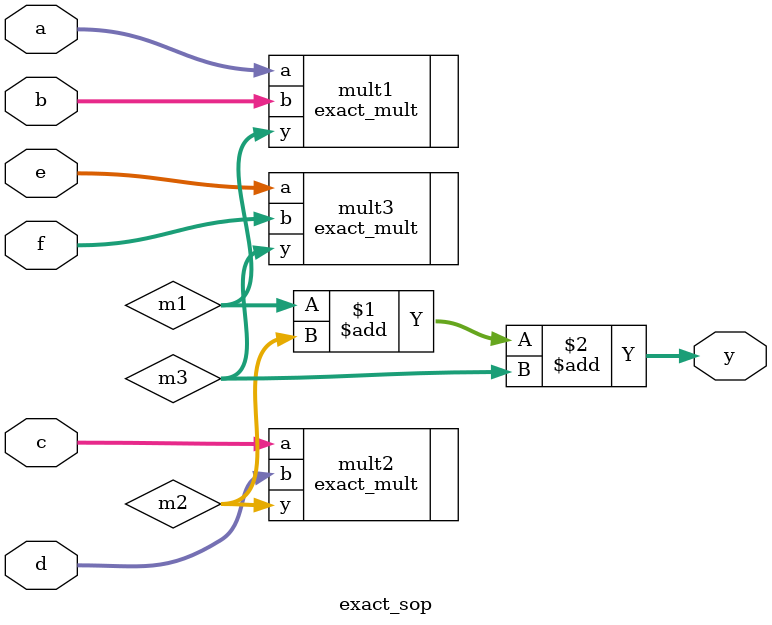
<source format=sv>
module exact_sop(input logic signed [7:0] a, b, c, d, e, f,
						output logic signed [31:0] y);
						
logic signed [15:0] m1, m2, m3;
						
exact_mult mult1(.a(a), .b(b), .y(m1));
exact_mult mult2(.a(c), .b(d), .y(m2));
exact_mult mult3(.a(e), .b(f), .y(m3));

assign y = m1 + m2 + m3;

endmodule 

</source>
